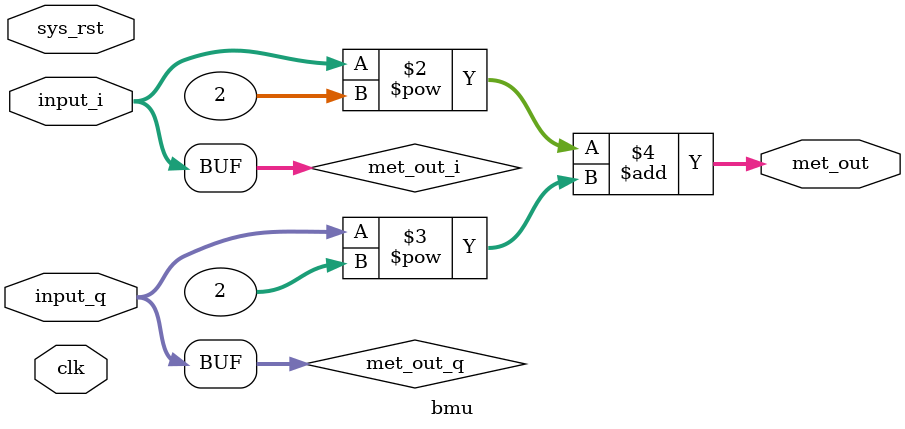
<source format=sv>
`timescale 1ns / 1ps
`default_nettype none

/*
* 
*/
module bmu # (
  parameter EXP_OBS_OUT = 2'b00, // EXP_OBS_OUT[1] is I, EXP_OBS_OUT[0] is Q
  parameter STATE_MET_WIDTH = 20
)(
  input wire clk,
  input wire sys_rst,
  input wire  [7:0] input_i, // Should be offset binary
  input wire [7:0] input_q, 
  // output logic  [31:0] debug,
  output logic [STATE_MET_WIDTH-1:0] met_out // Should be offset binary
);

  // Convert from binary offset to 2's complement
  parameter EXP_OBS_OUT_I = EXP_OBS_OUT[1] ? 8'hFF : 8'h00; 
  parameter EXP_OBS_OUT_Q = EXP_OBS_OUT[0] ? 8'hFF : 8'h00;

  logic [7:0] met_out_i;
  logic [7:0] met_out_q;

  // be proportional to log-likelihood
  always_comb begin 
      if (EXP_OBS_OUT[1]) begin 
        met_out_i = 8'hFF - input_i;
     end else begin
        met_out_i = input_i;
      end
      if (EXP_OBS_OUT[0]) begin 
        met_out_q = 8'hFF - input_q;
      end else begin
        met_out_q = input_q;
      end
      met_out = met_out_i**2 + met_out_q**2;
  end

  // Euclidean error metric with offest binary. This should still
  /* // be proportional to log-likelihood */
  /* always_ff @(posedge clk) begin */
  /*   if (sys_rst) begin */
  /*     met_out <= 0; */
  /*   end else begin */
  /*     if (EXP_OBS_OUT[1]) begin */ 
  /*       met_out_i = 8'hFF - input_i; */
  /*       // debug = met_out_i; */
  /*    end else begin */
  /*       met_out_i = input_i; */
  /*     end */

  /*     if (EXP_OBS_OUT[0]) begin */ 
  /*       met_out_q = 8'hFF - input_q; */
  /*     end else begin */
  /*       met_out_q = input_q; */
  /*     end */

  /*     met_out <= met_out_i**2 + met_out_q**2; */
      
  /*   end */
  /* end */

endmodule
`default_nettype wire


</source>
